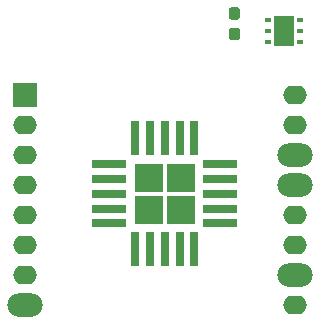
<source format=gts>
G04 #@! TF.GenerationSoftware,KiCad,Pcbnew,(5.1.7)-1*
G04 #@! TF.CreationDate,2021-11-12T18:57:48+01:00*
G04 #@! TF.ProjectId,CO2-Breakout,434f322d-4272-4656-916b-6f75742e6b69,rev?*
G04 #@! TF.SameCoordinates,Original*
G04 #@! TF.FileFunction,Soldermask,Top*
G04 #@! TF.FilePolarity,Negative*
%FSLAX46Y46*%
G04 Gerber Fmt 4.6, Leading zero omitted, Abs format (unit mm)*
G04 Created by KiCad (PCBNEW (5.1.7)-1) date 2021-11-12 18:57:48*
%MOMM*%
%LPD*%
G01*
G04 APERTURE LIST*
%ADD10R,1.700000X2.600000*%
%ADD11R,0.630000X0.450000*%
%ADD12O,2.000000X1.600000*%
%ADD13O,3.000000X2.000000*%
%ADD14R,2.000000X2.000000*%
%ADD15R,2.400000X2.400000*%
%ADD16R,0.800000X3.000000*%
%ADD17R,3.000000X0.800000*%
G04 APERTURE END LIST*
G04 #@! TO.C,C1*
G36*
G01*
X107437500Y-88475000D02*
X106962500Y-88475000D01*
G75*
G02*
X106725000Y-88237500I0J237500D01*
G01*
X106725000Y-87637500D01*
G75*
G02*
X106962500Y-87400000I237500J0D01*
G01*
X107437500Y-87400000D01*
G75*
G02*
X107675000Y-87637500I0J-237500D01*
G01*
X107675000Y-88237500D01*
G75*
G02*
X107437500Y-88475000I-237500J0D01*
G01*
G37*
G36*
G01*
X107437500Y-90200000D02*
X106962500Y-90200000D01*
G75*
G02*
X106725000Y-89962500I0J237500D01*
G01*
X106725000Y-89362500D01*
G75*
G02*
X106962500Y-89125000I237500J0D01*
G01*
X107437500Y-89125000D01*
G75*
G02*
X107675000Y-89362500I0J-237500D01*
G01*
X107675000Y-89962500D01*
G75*
G02*
X107437500Y-90200000I-237500J0D01*
G01*
G37*
G04 #@! TD*
D10*
G04 #@! TO.C,U1*
X111400000Y-89400000D03*
D11*
X110060000Y-90350000D03*
X110060000Y-89400000D03*
X110060000Y-88450000D03*
X112740000Y-88450000D03*
X112740000Y-89400000D03*
X112740000Y-90350000D03*
G04 #@! TD*
D12*
G04 #@! TO.C,U2*
X112355001Y-94875000D03*
X112355001Y-97415000D03*
D13*
X112355001Y-99955000D03*
X112355001Y-102495000D03*
D12*
X112355001Y-105035000D03*
X112355001Y-107575000D03*
D13*
X112355001Y-110115000D03*
D12*
X112355001Y-112655000D03*
D13*
X89495001Y-112655000D03*
D12*
X89495001Y-110115000D03*
X89495001Y-107575000D03*
X89495001Y-105035000D03*
X89495001Y-102495000D03*
X89495001Y-99955000D03*
D14*
X89495001Y-94875000D03*
D12*
X89495001Y-97415000D03*
G04 #@! TD*
D15*
G04 #@! TO.C,SCD1*
X102650000Y-104550000D03*
X102650000Y-101850000D03*
X99950000Y-101850000D03*
D16*
X98800000Y-107900000D03*
X100050000Y-107900000D03*
X101300000Y-107900000D03*
X102550000Y-107900000D03*
X103800000Y-107900000D03*
X103800000Y-98500000D03*
D17*
X96600000Y-100700000D03*
X106000000Y-105700000D03*
X106000000Y-104450000D03*
X106000000Y-103200000D03*
X106000000Y-101950000D03*
X106000000Y-100700000D03*
D16*
X102550000Y-98500000D03*
X101300000Y-98500000D03*
X100050000Y-98500000D03*
X98800000Y-98500000D03*
D17*
X96600000Y-101950000D03*
X96600000Y-103200000D03*
X96600000Y-104450000D03*
X96600000Y-105700000D03*
D15*
X99950000Y-104550000D03*
G04 #@! TD*
M02*

</source>
